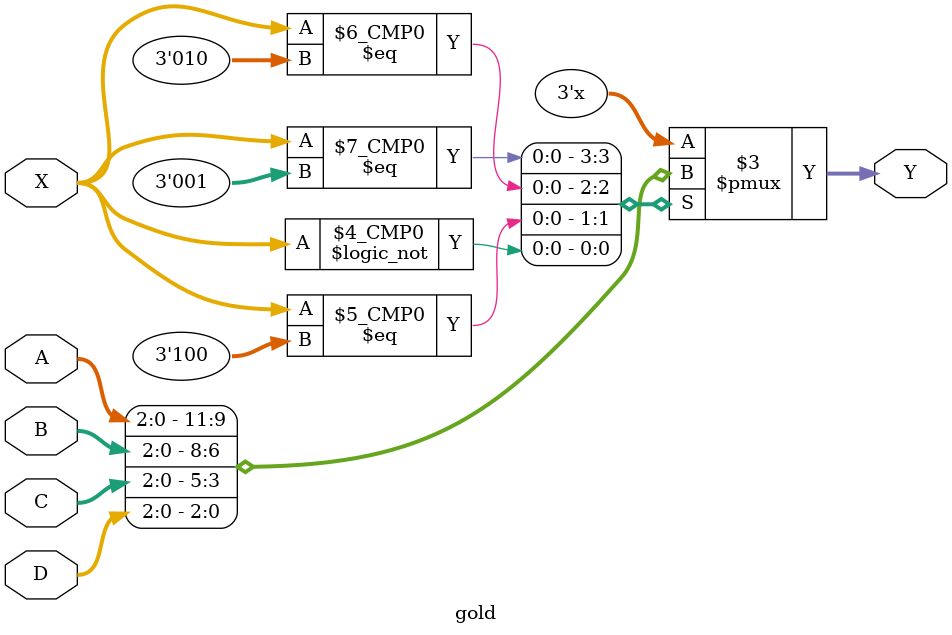
<source format=v>
    module gold (input [2:0] A, B, C, D, X, output reg [2:0] Y);
        always @*
            casez (X)
                3'b001: Y = A;
                3'b010: Y = B;
                3'b100: Y = C;
                3'b000: Y = D;
		default: Y = 'bx;
            endcase
    endmodule

</source>
